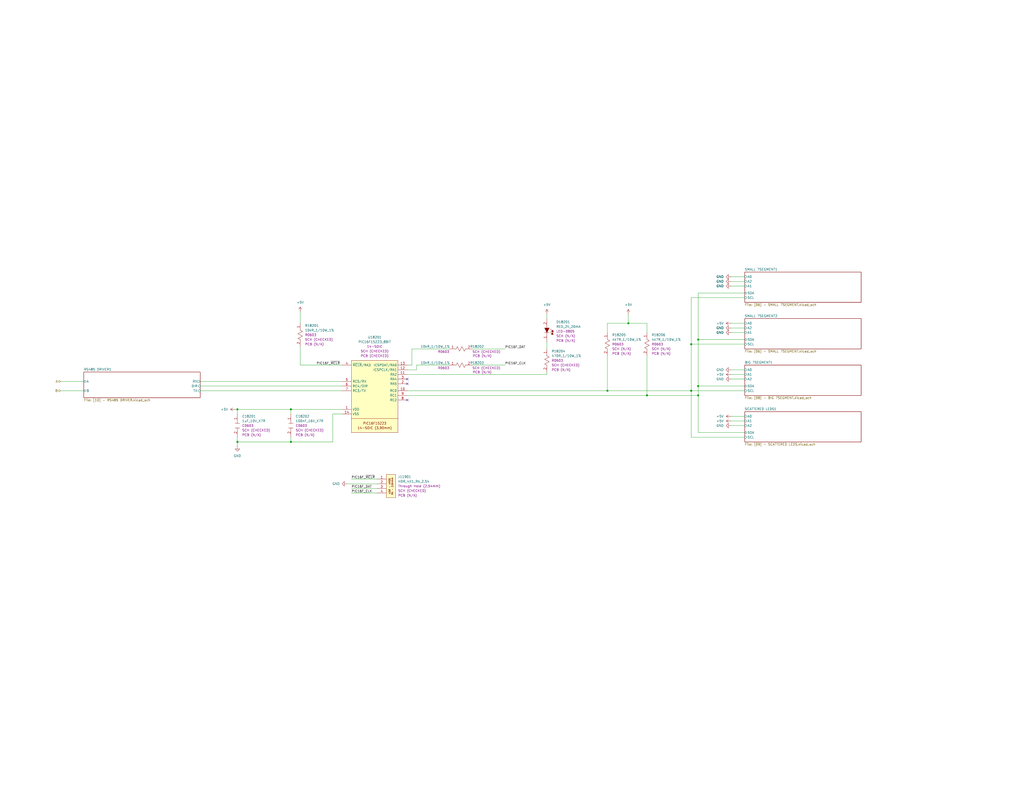
<source format=kicad_sch>
(kicad_sch (version 20231120) (generator "eeschema") (generator_version "8.0")
  (paper "C")
  (title_block (title "Mini-Scoreboard") (date "2024-07-11") (rev "v1.0") (company "Mend0z0") (comment 1 "v1.0") (comment 2 "PRELIMINARY") (comment 3 "Siavash Taher Parvar") (comment 4 "_BOM_Mini-Scoreboard_v1.0.html") (comment 5 "_PCB_Mini-Scoreboard_v1.0.kicad_pcb") (comment 6 "_GBR_Mini-Scoreboard_v1.0.zip") (comment 7 "_ASM_Mini-Scoreboard_v1.0.html") (comment 8 "n/A") (comment 9 "First Release"))
  (lib_symbols
    (symbol "_SCHLIB_Mini-Scoreboard:CAP_CER_100nF_16V_X7R_C0603"
      (property "Reference" "C" (at 3.302 4.318 0))
      (property "Value" "100nF_16V_X7R" (at 3.302 6.858 0))
      (property "Package" "C0603" (at 3.556 36.576 0))
      (property "SCH CHECK" "SCH (CHECKED)" (at 3.556 31.242 0))
      (property "PCB CHECK" "PCB (N/A)" (at 3.556 33.782 0))
      (symbol "CAP_CER_100nF_16V_X7R_C0603_0_0"
        (polyline (pts (xy 5.08 1.27) (xy 5.08 -1.27)))
        (polyline (pts (xy 7.62 1.27) (xy 7.62 -1.27)))
      )
      (symbol "CAP_CER_100nF_16V_X7R_C0603_1_1"
        (pin passive line (at 0 0 0) (length 5.08) (name "") (number "1"))
        (pin passive line (at 12.7 0 180) (length 5.08) (name "") (number "2"))
      )
    )
    (symbol "_SCHLIB_Mini-Scoreboard:CAP_CER_1uF_10V_X7R_C0603"
      (property "Reference" "C" (at 3.556 4.064 0))
      (property "Value" "1uF_10V_X7R" (at 3.81 6.604 0))
      (property "Package" "C0603" (at 3.81 35.306 0))
      (property "SCH CHECK" "SCH (CHECKED)" (at 3.81 29.972 0))
      (property "PCB CHECK" "PCB (N/A)" (at 3.81 32.512 0))
      (symbol "CAP_CER_1uF_10V_X7R_C0603_0_0"
        (polyline (pts (xy 5.08 1.27) (xy 5.08 -1.27)))
        (polyline (pts (xy 7.62 1.27) (xy 7.62 -1.27)))
      )
      (symbol "CAP_CER_1uF_10V_X7R_C0603_1_1"
        (pin passive line (at 0 0 0) (length 5.08) (name "") (number "1"))
        (pin passive line (at 12.7 0 180) (length 5.08) (name "") (number "2"))
      )
    )
    (symbol "_SCHLIB_Mini-Scoreboard:CONN_HEADER_4POS_1ROW_RA_2.54mm"
      (property "Reference" "J" (at 2.54 3.81 0))
      (property "Value" "HDR_4X1_RA_2.54" (at 2.54 6.35 0))
      (property "Package" "Through Hole (2.54mm)" (at 2.54 29.21 0))
      (property "SCH CHECK" "SCH (CHECKED)" (at 2.54 31.75 0))
      (property "PCB CHECK" "PCB (N/A)" (at 2.54 34.29 0))
      (symbol "CONN_HEADER_4POS_1ROW_RA_2.54mm_1_1"
        (rectangle (start 0 0) (end 5.08 -12.7) (fill (type background)))
        (text "HDR - 4POS\nRA - 2.54mm" (at 2.54 -6.35 900) (effects (font (size 0.889 0.889))))
        (pin passive line (at -5.08 -2.54 0) (length 5.08) (name "") (number "1"))
        (pin passive line (at -5.08 -5.08 0) (length 5.08) (name "") (number "2"))
        (pin passive line (at -5.08 -7.62 0) (length 5.08) (name "") (number "3"))
        (pin passive line (at -5.08 -10.16 0) (length 5.08) (name "") (number "4"))
      )
    )
    (symbol "_SCHLIB_Mini-Scoreboard:DIODE_LED_RED_2V_20mA_624nm_LED-0805"
      (property "Reference" "D" (at 3.556 4.064 0))
      (property "Value" "RED_2V_20mA" (at 3.81 6.604 0))
      (property "Package" "LED-0805" (at 3.81 35.306 0))
      (property "SCH CHECK" "SCH (N/A)" (at 3.81 29.972 0))
      (property "PCB CHECK" "PCB (N/A)" (at 3.81 32.512 0))
      (symbol "DIODE_LED_RED_2V_20mA_624nm_LED-0805_0_1"
        (polyline (pts (xy 5.588 1.905) (xy 6.604 2.794)))
        (polyline (pts (xy 7.239 1.905) (xy 8.001 2.667)))
        (polyline (pts (xy 7.62 -1.27) (xy 7.62 1.27)))
        (polyline (pts (xy 5.08 1.27) (xy 5.08 -1.27) (xy 7.62 0) (xy 5.08 1.27)) (fill (type outline)))
        (polyline (pts (xy 6.223 3.302) (xy 7.112 2.413) (xy 7.366 3.556) (xy 6.223 3.302)) (fill (type outline)))
        (polyline (pts (xy 7.62 3.175) (xy 8.509 2.286) (xy 8.763 3.429) (xy 7.62 3.175)) (fill (type outline)))
      )
      (symbol "DIODE_LED_RED_2V_20mA_624nm_LED-0805_1_1"
        (pin passive line (at 12.7 0 180) (length 5.08) (name "") (number "1"))
        (pin passive line (at 0 0 0) (length 5.08) (name "") (number "2"))
      )
    )
    (symbol "_SCHLIB_Mini-Scoreboard:IC_MCU_PIC16F15223-E/SL_8BIT_14-SOIC"
      (property "Reference" "U" (at 2.54 2.54 0))
      (property "Value" "PIC16F15223_8BIT" (at 2.54 5.08 0))
      (property "Package" "14-SOIC" (at 2.54 27.94 0))
      (property "SCH CHECK" "SCH (CHECKED)" (at 2.54 30.48 0))
      (property "PCB CHECK" "PCB (CHECKED)" (at 2.54 33.02 0))
      (symbol "IC_MCU_PIC16F15223-E/SL_8BIT_14-SOIC_0_0"
        (text "14-SOIC (3.90mm)" (at 12.7 -36.83 0) (effects (font (size 1.27 1.27))))
        (text "PIC16F15223" (at 12.7 -34.29 0) (effects (font (size 1.27 1.27))))
      )
      (symbol "IC_MCU_PIC16F15223-E/SL_8BIT_14-SOIC_0_1"
        (polyline (pts (xy 0 -31.75) (xy 25.4 -31.75)))
        (rectangle (start 0 0) (end 25.4 -39.37) (fill (type background)))
      )
      (symbol "IC_MCU_PIC16F15223-E/SL_8BIT_14-SOIC_1_1"
        (pin passive line (at -5.08 -26.67 0) (length 5.08) (name "VDD") (number "1"))
        (pin passive line (at 30.48 -16.51 180) (length 5.08) (name "RC0") (number "10"))
        (pin passive line (at 30.48 -7.62 180) (length 5.08) (name "RA2") (number "11"))
        (pin passive line (at 30.48 -5.08 180) (length 5.08) (name "ICSPCLK/RA1") (number "12"))
        (pin passive line (at 30.48 -2.54 180) (length 5.08) (name "ICSPDAT/RA0") (number "13"))
        (pin passive line (at -5.08 -29.21 0) (length 5.08) (name "VSS") (number "14"))
        (pin passive line (at 30.48 -12.7 180) (length 5.08) (name "RA5") (number "2"))
        (pin passive line (at 30.48 -10.16 180) (length 5.08) (name "RA4") (number "3"))
        (pin passive line (at -5.08 -2.54 0) (length 5.08) (name "~{MCLR}/RA3") (number "4"))
        (pin passive line (at -5.08 -11.43 0) (length 5.08) (name "RC5/RX") (number "5"))
        (pin passive line (at -5.08 -13.97 0) (length 5.08) (name "RC4/DIR") (number "6"))
        (pin passive line (at -5.08 -16.51 0) (length 5.08) (name "RC3/TX") (number "7"))
        (pin passive line (at 30.48 -21.59 180) (length 5.08) (name "RC2") (number "8"))
        (pin passive line (at 30.48 -19.05 180) (length 5.08) (name "RC1") (number "9"))
      )
    )
    (symbol "_SCHLIB_Mini-Scoreboard:RES_10kR_1/10W_1%_R0603"
      (property "Reference" "R" (at 3.302 4.572 0))
      (property "Value" "10kR_1/10W_1%" (at 3.302 6.858 0))
      (property "Package" "R0603" (at 3.302 31.242 0))
      (property "SCH CHECK" "SCH (CHECKED)" (at 3.302 26.67 0))
      (property "PCB CHECK" "PCB (N/A)" (at 3.302 28.956 0))
      (symbol "RES_10kR_1/10W_1%_R0603_0_0"
        (polyline (pts (xy 3.81 0) (xy 4.445 1.27) (xy 5.715 -1.27) (xy 6.985 1.27) (xy 8.255 -1.27) (xy 8.89 0)))
      )
      (symbol "RES_10kR_1/10W_1%_R0603_1_1"
        (pin passive line (at 0 0 0) (length 3.81) (name "") (number "1"))
        (pin passive line (at 12.7 0 180) (length 3.81) (name "") (number "2"))
      )
    )
    (symbol "_SCHLIB_Mini-Scoreboard:RES_470R_1/10W_1%_R0603"
      (property "Reference" "R" (at 3.556 4.064 0))
      (property "Value" "470R_1/10W_1%" (at 3.81 6.604 0))
      (property "Package" "R0603" (at 3.81 35.306 0))
      (property "SCH CHECK" "SCH (CHECKED)" (at 3.81 29.972 0))
      (property "PCB CHECK" "PCB (N/A)" (at 3.81 32.512 0))
      (symbol "RES_470R_1/10W_1%_R0603_0_0"
        (polyline (pts (xy 3.81 0) (xy 4.445 1.27) (xy 5.715 -1.27) (xy 6.985 1.27) (xy 8.255 -1.27) (xy 8.89 0)))
      )
      (symbol "RES_470R_1/10W_1%_R0603_1_1"
        (pin passive line (at 0 0 0) (length 3.81) (name "") (number "1"))
        (pin passive line (at 12.7 0 180) (length 3.81) (name "") (number "2"))
      )
    )
    (symbol "_SCHLIB_Mini-Scoreboard:RES_4k7R_1/10W_1%_R0603"
      (property "Reference" "R" (at 3.556 4.064 0))
      (property "Value" "4k7R_1/10W_1%" (at 3.81 6.604 0))
      (property "Package" "R0603" (at 3.81 35.306 0))
      (property "SCH CHECK" "SCH (N/A)" (at 3.81 29.972 0))
      (property "PCB CHECK" "PCB (N/A)" (at 3.81 32.512 0))
      (symbol "RES_4k7R_1/10W_1%_R0603_0_0"
        (polyline (pts (xy 3.81 0) (xy 4.445 1.27) (xy 5.715 -1.27) (xy 6.985 1.27) (xy 8.255 -1.27) (xy 8.89 0)))
      )
      (symbol "RES_4k7R_1/10W_1%_R0603_1_1"
        (pin passive line (at 0 0 0) (length 3.81) (name "") (number "1"))
        (pin passive line (at 12.7 0 180) (length 3.81) (name "") (number "2"))
      )
    )
    (symbol "power:+5V" (power) (pin_numbers hide) (pin_names (offset 0) hide)
      (property "Value" "+5V" (at 0 3.556 0))
      (symbol "+5V_0_1"
        (polyline (pts (xy -0.762 1.27) (xy 0 2.54)))
        (polyline (pts (xy 0 0) (xy 0 2.54)))
        (polyline (pts (xy 0 2.54) (xy 0.762 1.27)))
      )
      (symbol "+5V_1_1"
        (pin power_in line (at 0 0 90) (length 0) (name "~") (number "1"))
      )
    )
    (symbol "power:GND" (power) (pin_numbers hide) (pin_names (offset 0) hide)
      (property "Value" "GND" (at 0 -3.81 0))
      (symbol "GND_0_1"
        (polyline (pts (xy 0 0) (xy 0 -1.27) (xy 1.27 -1.27) (xy 0 -2.54) (xy -1.27 -1.27) (xy 0 -1.27)))
      )
      (symbol "GND_1_1"
        (pin power_in line (at 0 0 270) (length 0) (name "~") (number "1"))
      )
    )
  )
  (junction (at 331.47 213.36))
  (junction (at 353.06 215.9))
  (junction (at 381 215.9))
  (junction (at 377.19 187.96))
  (junction (at 381 210.82))
  (junction (at 342.9 176.53))
  (junction (at 129.54 223.52))
  (junction (at 381 185.42))
  (junction (at 129.54 241.3))
  (junction (at 158.75 241.3))
  (junction (at 377.19 213.36))
  (junction (at 158.75 223.52))
  (no_connect (at 222.25 218.44))
  (no_connect (at 222.25 207.01))
  (no_connect (at 222.25 209.55))
  (wire (pts (xy 353.06 176.53) (xy 353.06 181.61)))
  (wire (pts (xy 189.23 264.16) (xy 205.74 264.16)))
  (wire (pts (xy 398.78 201.93) (xy 406.4 201.93)))
  (wire (pts (xy 331.47 194.31) (xy 331.47 213.36)))
  (wire (pts (xy 353.06 194.31) (xy 353.06 215.9)))
  (wire (pts (xy 33.02 208.28) (xy 45.72 208.28)))
  (wire (pts (xy 227.33 199.39) (xy 245.11 199.39)))
  (wire (pts (xy 381 236.22) (xy 406.4 236.22)))
  (wire (pts (xy 331.47 176.53) (xy 342.9 176.53)))
  (wire (pts (xy 377.19 162.56) (xy 377.19 187.96)))
  (wire (pts (xy 163.83 170.18) (xy 163.83 176.53)))
  (wire (pts (xy 33.02 213.36) (xy 45.72 213.36)))
  (wire (pts (xy 158.75 223.52) (xy 186.69 223.52)))
  (wire (pts (xy 227.33 201.93) (xy 222.25 201.93)))
  (wire (pts (xy 406.4 162.56) (xy 377.19 162.56)))
  (wire (pts (xy 109.22 213.36) (xy 186.69 213.36)))
  (wire (pts (xy 298.45 186.69) (xy 298.45 190.5)))
  (wire (pts (xy 331.47 181.61) (xy 331.47 176.53)))
  (wire (pts (xy 129.54 238.76) (xy 129.54 241.3)))
  (wire (pts (xy 298.45 204.47) (xy 222.25 204.47)))
  (wire (pts (xy 377.19 213.36) (xy 377.19 238.76)))
  (wire (pts (xy 381 215.9) (xy 381 236.22)))
  (wire (pts (xy 377.19 187.96) (xy 406.4 187.96)))
  (wire (pts (xy 224.79 190.5) (xy 245.11 190.5)))
  (wire (pts (xy 224.79 190.5) (xy 224.79 199.39)))
  (wire (pts (xy 227.33 199.39) (xy 227.33 201.93)))
  (wire (pts (xy 406.4 160.02) (xy 381 160.02)))
  (wire (pts (xy 222.25 215.9) (xy 353.06 215.9)))
  (wire (pts (xy 377.19 213.36) (xy 406.4 213.36)))
  (wire (pts (xy 342.9 176.53) (xy 353.06 176.53)))
  (wire (pts (xy 163.83 189.23) (xy 163.83 199.39)))
  (wire (pts (xy 298.45 203.2) (xy 298.45 204.47)))
  (wire (pts (xy 377.19 187.96) (xy 377.19 213.36)))
  (wire (pts (xy 398.78 229.87) (xy 406.4 229.87)))
  (wire (pts (xy 398.78 179.07) (xy 406.4 179.07)))
  (wire (pts (xy 398.78 176.53) (xy 406.4 176.53)))
  (wire (pts (xy 398.78 153.67) (xy 406.4 153.67)))
  (wire (pts (xy 398.78 232.41) (xy 406.4 232.41)))
  (wire (pts (xy 331.47 213.36) (xy 377.19 213.36)))
  (wire (pts (xy 191.77 261.62) (xy 205.74 261.62)))
  (wire (pts (xy 129.54 223.52) (xy 129.54 226.06)))
  (wire (pts (xy 109.22 208.28) (xy 186.69 208.28)))
  (wire (pts (xy 377.19 238.76) (xy 406.4 238.76)))
  (wire (pts (xy 158.75 223.52) (xy 158.75 226.06)))
  (wire (pts (xy 129.54 223.52) (xy 158.75 223.52)))
  (wire (pts (xy 381 210.82) (xy 406.4 210.82)))
  (wire (pts (xy 298.45 171.45) (xy 298.45 173.99)))
  (wire (pts (xy 398.78 181.61) (xy 406.4 181.61)))
  (wire (pts (xy 163.83 199.39) (xy 186.69 199.39)))
  (wire (pts (xy 109.22 210.82) (xy 186.69 210.82)))
  (wire (pts (xy 222.25 213.36) (xy 331.47 213.36)))
  (wire (pts (xy 342.9 171.45) (xy 342.9 176.53)))
  (wire (pts (xy 191.77 266.7) (xy 205.74 266.7)))
  (wire (pts (xy 181.61 241.3) (xy 158.75 241.3)))
  (wire (pts (xy 186.69 226.06) (xy 181.61 226.06)))
  (wire (pts (xy 129.54 241.3) (xy 158.75 241.3)))
  (wire (pts (xy 381 160.02) (xy 381 185.42)))
  (wire (pts (xy 257.81 199.39) (xy 275.59 199.39)))
  (wire (pts (xy 398.78 227.33) (xy 406.4 227.33)))
  (wire (pts (xy 398.78 207.01) (xy 406.4 207.01)))
  (wire (pts (xy 257.81 190.5) (xy 275.59 190.5)))
  (wire (pts (xy 398.78 151.13) (xy 406.4 151.13)))
  (wire (pts (xy 398.78 204.47) (xy 406.4 204.47)))
  (wire (pts (xy 224.79 199.39) (xy 222.25 199.39)))
  (wire (pts (xy 158.75 238.76) (xy 158.75 241.3)))
  (wire (pts (xy 128.27 223.52) (xy 129.54 223.52)))
  (wire (pts (xy 353.06 215.9) (xy 381 215.9)))
  (wire (pts (xy 129.54 241.3) (xy 129.54 243.84)))
  (wire (pts (xy 406.4 185.42) (xy 381 185.42)))
  (wire (pts (xy 398.78 156.21) (xy 406.4 156.21)))
  (wire (pts (xy 181.61 226.06) (xy 181.61 241.3)))
  (wire (pts (xy 381 210.82) (xy 381 215.9)))
  (wire (pts (xy 191.77 269.24) (xy 205.74 269.24)))
  (wire (pts (xy 381 185.42) (xy 381 210.82)))
  (label "PIC16F_~{MCLR}" (at 172.72 199.39 0))
  (label "PIC16F_DAT" (at 275.59 190.5 0))
  (label "PIC16F_CLK" (at 275.59 199.39 0))
  (label "PIC16F_CLK" (at 191.77 269.24 0))
  (label "PIC16F_~{MCLR}" (at 191.77 261.62 0))
  (label "PIC16F_DAT" (at 191.77 266.7 0))
  (hierarchical_label "B" (shape bidirectional) (at 33.02 213.36 180))
  (hierarchical_label "A" (shape bidirectional) (at 33.02 208.28 180))
  (symbol (lib_id "power:GND") (at 398.78 201.93 270) (unit 1)
    (property "Reference" "#PWR018213" (effects (hide yes)))
    (property "Value" "GND" (at 394.97 201.9299 90) (effects (justify right)))
    (property "Description" "Power symbol creates a global label with name \"GND\" , ground" (effects (hide yes)))
    (instances (project "_HW_Mini-Scoreboard" (path "" (reference "#PWR018213") (unit 1)) (path "" (reference "#PWR0313") (unit 1))))
  )
  (symbol (lib_id "power:+5V") (at 298.45 171.45 0) (unit 1)
    (property "Reference" "#PWR018205" (effects (hide yes)))
    (property "Value" "+5V" (at 298.45 166.37 0))
    (property "Description" "Power symbol creates a global label with name \"+5V\"" (effects (hide yes)))
    (instances (project "_HW_Mini-Scoreboard" (path "" (reference "#PWR018205") (unit 1)) (path "" (reference "#PWR0305") (unit 1))))
  )
  (symbol (lib_id "power:+5V") (at 398.78 176.53 90) (unit 1)
    (property "Reference" "#PWR018210" (effects (hide yes)))
    (property "Value" "+5V" (at 394.97 176.5299 90) (effects (justify left)))
    (property "Description" "Power symbol creates a global label with name \"+5V\"" (effects (hide yes)))
    (instances (project "_HW_Mini-Scoreboard" (path "" (reference "#PWR018210") (unit 1)) (path "" (reference "#PWR0310") (unit 1))))
  )
  (symbol (lib_id "power:GND") (at 398.78 179.07 270) (unit 1)
    (property "Reference" "#PWR018211" (effects (hide yes)))
    (property "Value" "GND" (at 394.97 179.0699 90) (effects (justify right)))
    (property "Description" "Power symbol creates a global label with name \"GND\" , ground" (effects (hide yes)))
    (instances (project "_HW_Mini-Scoreboard" (path "" (reference "#PWR018211") (unit 1)) (path "" (reference "#PWR0311") (unit 1))))
  )
  (symbol (lib_id "power:GND") (at 398.78 232.41 270) (unit 1)
    (property "Reference" "#PWR018218" (effects (hide yes)))
    (property "Value" "GND" (at 394.97 232.4099 90) (effects (justify right)))
    (property "Description" "Power symbol creates a global label with name \"GND\" , ground" (effects (hide yes)))
    (instances (project "_HW_Mini-Scoreboard" (path "" (reference "#PWR018218") (unit 1)) (path "" (reference "#PWR0318") (unit 1))))
  )
  (symbol (lib_id "power:GND") (at 398.78 156.21 270) (unit 1)
    (property "Reference" "#PWR018209" (effects (hide yes)))
    (property "Value" "GND" (at 394.97 156.2099 90) (effects (justify right)))
    (property "Description" "Power symbol creates a global label with name \"GND\" , ground" (effects (hide yes)))
    (instances (project "_HW_Mini-Scoreboard" (path "" (reference "#PWR018209") (unit 1)) (path "" (reference "#PWR0309") (unit 1))))
  )
  (symbol (lib_id "_SCHLIB_Mini-Scoreboard:RES_10kR_1/10W_1%_R0603") (at 245.11 190.5 0) (unit 1)
    (property "Reference" "R18202" (at 260.35 189.23 0))
    (property "Value" "10kR_1/10W_1%" (at 237.49 189.23 0))
    (property "Footprint" "Resistor_SMD:R_0603_1608Metric" (effects (hide yes)))
    (property "Datasheet" "https://www.seielect.com/catalog/sei-rmcf_rmcp.pdf" (effects (hide yes)))
    (property "Description" "10 kOhms ±1% 0.1W, 1/10W Chip Resistor 0603 (1608 Metric) Automotive AEC-Q200 Thick Film" (effects (hide yes)))
    (property "Package" "R0603" (at 242.062 192.024 0))
    (property "Part Number (Manufacturer)" "RMCF0603FT10K0" (effects (hide yes)))
    (property "Manufacturer" "Stackpole Electronics Inc" (effects (hide yes)))
    (property "Part Number (Vendor)" "RMCF0603FT10K0TR-ND" (effects (hide yes)))
    (property "Vendor" "Digikey" (effects (hide yes)))
    (property "Purchase Link" "https://www.digikey.ca/en/products/detail/stackpole-electronics-inc/RMCF0603FT10K0/1761235" (effects (hide yes)))
    (property "SCH CHECK" "SCH (CHECKED)" (at 265.43 192.024 0))
    (property "PCB CHECK" "PCB (N/A)" (at 263.144 194.31 0))
    (instances (project "_HW_Mini-Scoreboard" (path "" (reference "R18202") (unit 1)) (path "" (reference "R302") (unit 1))))
  )
  (symbol (lib_id "power:GND") (at 398.78 153.67 270) (unit 1)
    (property "Reference" "#PWR018208" (effects (hide yes)))
    (property "Value" "GND" (at 394.97 153.6699 90) (effects (justify right)))
    (property "Description" "Power symbol creates a global label with name \"GND\" , ground" (effects (hide yes)))
    (instances (project "_HW_Mini-Scoreboard" (path "" (reference "#PWR018208") (unit 1)) (path "" (reference "#PWR0308") (unit 1))))
  )
  (symbol (lib_id "power:+5V") (at 342.9 171.45 0) (unit 1)
    (property "Reference" "#PWR018206" (effects (hide yes)))
    (property "Value" "+5V" (at 342.9 166.37 0))
    (property "Description" "Power symbol creates a global label with name \"+5V\"" (effects (hide yes)))
    (instances (project "_HW_Mini-Scoreboard" (path "" (reference "#PWR018206") (unit 1)) (path "" (reference "#PWR0306") (unit 1))))
  )
  (symbol (lib_id "_SCHLIB_Mini-Scoreboard:IC_MCU_PIC16F15223-E/SL_8BIT_14-SOIC") (at 191.77 196.85 0) (unit 1)
    (property "Reference" "U18201" (at 204.47 184.15 0))
    (property "Value" "PIC16F15223_8BIT" (at 204.47 186.69 0))
    (property "Footprint" "Package_SO:SO-14_3.9x8.65mm_P1.27mm" (effects (hide yes)))
    (property "Datasheet" "https://ww1.microchip.com/downloads/en/DeviceDoc/PIC16F15213-14-23-24-43-44-Data-Sheet-40002195D.pdf" (effects (hide yes)))
    (property "Description" "PIC PIC® 16F, Functional Safety (FuSa) Microcontroller IC 8-Bit 32MHz 3.5KB (2K x 14) FLASH 14-SOIC" (effects (hide yes)))
    (property "Part Number (Manufacturer)" "PIC16F15223-E/SL" (effects (hide yes)))
    (property "Manufacturer" "Microchip Technology" (effects (hide yes)))
    (property "Part Number (Vendor)" "150-PIC16F15223-E/SL-ND" (effects (hide yes)))
    (property "Vendor" "Digikey" (effects (hide yes)))
    (property "Link" "https://www.digikey.ca/en/products/detail/microchip-technology/PIC16F15223-E-SL/12807315" (effects (hide yes)))
    (property "Package" "14-SOIC" (at 204.47 189.23 0))
    (property "SCH CHECK" "SCH (CHECKED)" (at 204.47 191.77 0))
    (property "PCB CHECK" "PCB (CHECKED)" (at 204.47 194.31 0))
    (instances (project "_HW_Mini-Scoreboard" (path "" (reference "U18201") (unit 1)) (path "" (reference "U301") (unit 1))))
  )
  (symbol (lib_id "_SCHLIB_Mini-Scoreboard:RES_4k7R_1/10W_1%_R0603") (at 353.06 181.61 270) (unit 1)
    (property "Reference" "R18206" (at 355.6 182.8799 90) (effects (justify left)))
    (property "Value" "4k7R_1/10W_1%" (at 355.6 185.4199 90) (effects (justify left)))
    (property "Footprint" "Resistor_SMD:R_0603_1608Metric" (effects (hide yes)))
    (property "Datasheet" "https://www.seielect.com/catalog/sei-rmcf_rmcp.pdf" (effects (hide yes)))
    (property "Description" "4.7 kOhms ±1% 0.1W, 1/10W Chip Resistor 0603 (1608 Metric) Automotive AEC-Q200 Thick Film" (effects (hide yes)))
    (property "Package" "R0603" (at 355.6 187.9599 90) (effects (justify left)))
    (property "Part Number (Manufacturer)" "RMCF0603FT4K70" (effects (hide yes)))
    (property "Manufacturer" "Stackpole Electronics Inc" (effects (hide yes)))
    (property "Part Number (Vendor)" "RMCF0603FT4K70TR-ND" (effects (hide yes)))
    (property "Vendor" "Digikey" (effects (hide yes)))
    (property "Purchase Link" "https://www.digikey.ca/en/products/detail/stackpole-electronics-inc/RMCF0603FT4K70/1760998" (effects (hide yes)))
    (property "SCH CHECK" "SCH (N/A)" (at 355.6 190.4999 90) (effects (justify left)))
    (property "PCB CHECK" "PCB (N/A)" (at 355.6 193.0399 90) (effects (justify left)))
    (instances (project "_HW_Mini-Scoreboard" (path "" (reference "R18206") (unit 1)) (path "" (reference "R306") (unit 1))))
  )
  (symbol (lib_id "_SCHLIB_Mini-Scoreboard:DIODE_LED_RED_2V_20mA_624nm_LED-0805") (at 298.45 173.99 270) (unit 1)
    (property "Reference" "D18201" (at 303.53 175.8314 90) (effects (justify left)))
    (property "Value" "RED_2V_20mA" (at 303.53 178.3714 90) (effects (justify left)))
    (property "Footprint" "LED_SMD:LED_0805_2012Metric" (effects (hide yes)))
    (property "Datasheet" "https://mm.digikey.com/Volume0/opasdata/d220001/medias/docus/3750/B1701USD-20D000114U1930.pdf" (effects (hide yes)))
    (property "Description" "Red 624nm LED Indication - Discrete 2V 0805 (2012 Metric)" (effects (hide yes)))
    (property "Package" "LED-0805" (at 303.53 180.9114 90) (effects (justify left)))
    (property "Part Number (Manufacturer)" "B1701USD-20D000114U1930" (effects (hide yes)))
    (property "Manufacturer" "Harvatek Corporation" (effects (hide yes)))
    (property "Part Number (Vendor)" "3147-B1701USD-20D000114U1930TR-ND" (effects (hide yes)))
    (property "Vendor" "Digikey" (effects (hide yes)))
    (property "Purchase Link" "https://www.digikey.ca/en/products/detail/harvatek-corporation/B1701USD-20D000114U1930/16671746" (effects (hide yes)))
    (property "SCH CHECK" "SCH (N/A)" (at 303.53 183.4514 90) (effects (justify left)))
    (property "PCB CHECK" "PCB (N/A)" (at 303.53 185.9914 90) (effects (justify left)))
    (instances (project "_HW_Mini-Scoreboard" (path "" (reference "D18201") (unit 1)) (path "" (reference "D301") (unit 1))))
  )
  (symbol (lib_id "power:+5V") (at 128.27 223.52 90) (unit 1)
    (property "Reference" "#PWR018201" (effects (hide yes)))
    (property "Value" "+5V" (at 124.46 223.5199 90) (effects (justify left)))
    (property "Description" "Power symbol creates a global label with name \"+5V\"" (effects (hide yes)))
    (instances (project "_HW_Mini-Scoreboard" (path "" (reference "#PWR018201") (unit 1)) (path "" (reference "#PWR0301") (unit 1))))
  )
  (symbol (lib_id "power:+5V") (at 398.78 229.87 90) (unit 1)
    (property "Reference" "#PWR018217" (effects (hide yes)))
    (property "Value" "+5V" (at 394.97 229.8699 90) (effects (justify left)))
    (property "Description" "Power symbol creates a global label with name \"+5V\"" (effects (hide yes)))
    (instances (project "_HW_Mini-Scoreboard" (path "" (reference "#PWR018217") (unit 1)) (path "" (reference "#PWR0317") (unit 1))))
  )
  (symbol (lib_id "_SCHLIB_Mini-Scoreboard:CAP_CER_1uF_10V_X7R_C0603") (at 129.54 226.06 270) (unit 1)
    (property "Reference" "C18201" (at 132.08 227.3299 90) (effects (justify left)))
    (property "Value" "1uF_10V_X7R" (at 132.08 229.8699 90) (effects (justify left)))
    (property "Footprint" "Capacitor_SMD:C_0603_1608Metric" (effects (hide yes)))
    (property "Datasheet" "https://mm.digikey.com/Volume0/opasdata/d220001/medias/docus/3584/CL10B105KP8NNNC_Spec.pdf" (effects (hide yes)))
    (property "Description" "1 µF ±10% 10V Ceramic Capacitor X7R 0603 (1608 Metric)" (effects (hide yes)))
    (property "Package" "C0603" (at 132.08 232.4099 90) (effects (justify left)))
    (property "Part Number (Manufacturer)" "CL10B105KP8NNNC" (effects (hide yes)))
    (property "Manufacturer" "Samsung Electro-Mechanics" (effects (hide yes)))
    (property "Part Number (Vendor)" "1276-1946-2-ND" (effects (hide yes)))
    (property "Vendor" "Digikey" (effects (hide yes)))
    (property "Purchase Link" "https://www.digikey.ca/en/products/detail/samsung-electro-mechanics/CL10B105KP8NNNC/3887604" (effects (hide yes)))
    (property "SCH CHECK" "SCH (CHECKED)" (at 132.08 234.9499 90) (effects (justify left)))
    (property "PCB CHECK" "PCB (N/A)" (at 132.08 237.4899 90) (effects (justify left)))
    (instances (project "_HW_Mini-Scoreboard" (path "" (reference "C18201") (unit 1)) (path "" (reference "C301") (unit 1))))
  )
  (symbol (lib_id "power:GND") (at 398.78 151.13 270) (unit 1)
    (property "Reference" "#PWR018207" (effects (hide yes)))
    (property "Value" "GND" (at 394.97 151.1299 90) (effects (justify right)))
    (property "Description" "Power symbol creates a global label with name \"GND\" , ground" (effects (hide yes)))
    (instances (project "_HW_Mini-Scoreboard" (path "" (reference "#PWR018207") (unit 1)) (path "" (reference "#PWR0307") (unit 1))))
  )
  (symbol (lib_id "power:+5V") (at 398.78 227.33 90) (unit 1)
    (property "Reference" "#PWR018216" (effects (hide yes)))
    (property "Value" "+5V" (at 394.97 227.3299 90) (effects (justify left)))
    (property "Description" "Power symbol creates a global label with name \"+5V\"" (effects (hide yes)))
    (instances (project "_HW_Mini-Scoreboard" (path "" (reference "#PWR018216") (unit 1)) (path "" (reference "#PWR0316") (unit 1))))
  )
  (symbol (lib_id "power:+5V") (at 163.83 170.18 0) (unit 1)
    (property "Reference" "#PWR018203" (effects (hide yes)))
    (property "Value" "+5V" (at 163.83 165.1 0))
    (property "Description" "Power symbol creates a global label with name \"+5V\"" (effects (hide yes)))
    (instances (project "_HW_Mini-Scoreboard" (path "" (reference "#PWR018203") (unit 1)) (path "" (reference "#PWR0303") (unit 1))))
  )
  (symbol (lib_id "power:GND") (at 398.78 207.01 270) (unit 1)
    (property "Reference" "#PWR018215" (effects (hide yes)))
    (property "Value" "GND" (at 394.97 207.0099 90) (effects (justify right)))
    (property "Description" "Power symbol creates a global label with name \"GND\" , ground" (effects (hide yes)))
    (instances (project "_HW_Mini-Scoreboard" (path "" (reference "#PWR018215") (unit 1)) (path "" (reference "#PWR0315") (unit 1))))
  )
  (symbol (lib_id "_SCHLIB_Mini-Scoreboard:RES_4k7R_1/10W_1%_R0603") (at 331.47 181.61 270) (unit 1)
    (property "Reference" "R18205" (at 334.01 182.8799 90) (effects (justify left)))
    (property "Value" "4k7R_1/10W_1%" (at 334.01 185.4199 90) (effects (justify left)))
    (property "Footprint" "Resistor_SMD:R_0603_1608Metric" (effects (hide yes)))
    (property "Datasheet" "https://www.seielect.com/catalog/sei-rmcf_rmcp.pdf" (effects (hide yes)))
    (property "Description" "4.7 kOhms ±1% 0.1W, 1/10W Chip Resistor 0603 (1608 Metric) Automotive AEC-Q200 Thick Film" (effects (hide yes)))
    (property "Package" "R0603" (at 334.01 187.9599 90) (effects (justify left)))
    (property "Part Number (Manufacturer)" "RMCF0603FT4K70" (effects (hide yes)))
    (property "Manufacturer" "Stackpole Electronics Inc" (effects (hide yes)))
    (property "Part Number (Vendor)" "RMCF0603FT4K70TR-ND" (effects (hide yes)))
    (property "Vendor" "Digikey" (effects (hide yes)))
    (property "Purchase Link" "https://www.digikey.ca/en/products/detail/stackpole-electronics-inc/RMCF0603FT4K70/1760998" (effects (hide yes)))
    (property "SCH CHECK" "SCH (N/A)" (at 334.01 190.4999 90) (effects (justify left)))
    (property "PCB CHECK" "PCB (N/A)" (at 334.01 193.0399 90) (effects (justify left)))
    (instances (project "_HW_Mini-Scoreboard" (path "" (reference "R18205") (unit 1)) (path "" (reference "R305") (unit 1))))
  )
  (symbol (lib_id "power:GND") (at 398.78 181.61 270) (unit 1)
    (property "Reference" "#PWR018212" (effects (hide yes)))
    (property "Value" "GND" (at 394.97 181.6099 90) (effects (justify right)))
    (property "Description" "Power symbol creates a global label with name \"GND\" , ground" (effects (hide yes)))
    (instances (project "_HW_Mini-Scoreboard" (path "" (reference "#PWR018212") (unit 1)) (path "" (reference "#PWR0312") (unit 1))))
  )
  (symbol (lib_id "_SCHLIB_Mini-Scoreboard:RES_10kR_1/10W_1%_R0603") (at 245.11 199.39 0) (unit 1)
    (property "Reference" "R18203" (at 260.35 198.12 0))
    (property "Value" "10kR_1/10W_1%" (at 237.49 198.12 0))
    (property "Footprint" "Resistor_SMD:R_0603_1608Metric" (effects (hide yes)))
    (property "Datasheet" "https://www.seielect.com/catalog/sei-rmcf_rmcp.pdf" (effects (hide yes)))
    (property "Description" "10 kOhms ±1% 0.1W, 1/10W Chip Resistor 0603 (1608 Metric) Automotive AEC-Q200 Thick Film" (effects (hide yes)))
    (property "Package" "R0603" (at 242.062 200.914 0))
    (property "Part Number (Manufacturer)" "RMCF0603FT10K0" (effects (hide yes)))
    (property "Manufacturer" "Stackpole Electronics Inc" (effects (hide yes)))
    (property "Part Number (Vendor)" "RMCF0603FT10K0TR-ND" (effects (hide yes)))
    (property "Vendor" "Digikey" (effects (hide yes)))
    (property "Purchase Link" "https://www.digikey.ca/en/products/detail/stackpole-electronics-inc/RMCF0603FT10K0/1761235" (effects (hide yes)))
    (property "SCH CHECK" "SCH (CHECKED)" (at 265.43 200.914 0))
    (property "PCB CHECK" "PCB (N/A)" (at 263.144 203.2 0))
    (instances (project "_HW_Mini-Scoreboard" (path "" (reference "R18203") (unit 1)) (path "" (reference "R303") (unit 1))))
  )
  (symbol (lib_id "power:GND") (at 129.54 243.84 0) (unit 1)
    (property "Reference" "#PWR018202" (effects (hide yes)))
    (property "Value" "GND" (at 129.54 248.92 0))
    (property "Description" "Power symbol creates a global label with name \"GND\" , ground" (effects (hide yes)))
    (instances (project "_HW_Mini-Scoreboard" (path "" (reference "#PWR018202") (unit 1)) (path "" (reference "#PWR0302") (unit 1))))
  )
  (symbol (lib_id "_SCHLIB_Mini-Scoreboard:CAP_CER_100nF_16V_X7R_C0603") (at 158.75 226.06 270) (unit 1)
    (property "Reference" "C18202" (at 161.29 227.3299 90) (effects (justify left)))
    (property "Value" "100nF_16V_X7R" (at 161.29 229.8699 90) (effects (justify left)))
    (property "Footprint" "Capacitor_SMD:C_0603_1608Metric" (effects (hide yes)))
    (property "Datasheet" "https://mm.digikey.com/Volume0/opasdata/d220001/medias/docus/609/CL10B104KO8NNNC_Spec.pdf" (effects (hide yes)))
    (property "Description" "0.1 µF ±10% 16V Ceramic Capacitor X7R 0603 (1608 Metric)" (effects (hide yes)))
    (property "Package" "C0603" (at 161.29 232.4099 90) (effects (justify left)))
    (property "Part Number (Manufacturer)" "CL10B104KO8NNNC" (effects (hide yes)))
    (property "Manufacturer" "Samsung Electro-Mechanics" (effects (hide yes)))
    (property "Part Number (Vendor)" "1276-1005-2-ND" (effects (hide yes)))
    (property "Vendor" "Digikey" (effects (hide yes)))
    (property "Purchase Link" "https://www.digikey.ca/en/products/detail/samsung-electro-mechanics/CL10B104KO8NNNC/3886663" (effects (hide yes)))
    (property "SCH CHECK" "SCH (CHECKED)" (at 161.29 234.9499 90) (effects (justify left)))
    (property "PCB CHECK" "PCB (N/A)" (at 161.29 237.4899 90) (effects (justify left)))
    (instances (project "_HW_Mini-Scoreboard" (path "" (reference "C18202") (unit 1)) (path "" (reference "C302") (unit 1))))
  )
  (symbol (lib_id "_SCHLIB_Mini-Scoreboard:RES_10kR_1/10W_1%_R0603") (at 163.83 176.53 270) (unit 1)
    (property "Reference" "R18201" (at 166.37 177.7999 90) (effects (justify left)))
    (property "Value" "10kR_1/10W_1%" (at 166.37 180.3399 90) (effects (justify left)))
    (property "Footprint" "Resistor_SMD:R_0603_1608Metric" (effects (hide yes)))
    (property "Datasheet" "https://www.seielect.com/catalog/sei-rmcf_rmcp.pdf" (effects (hide yes)))
    (property "Description" "10 kOhms ±1% 0.1W, 1/10W Chip Resistor 0603 (1608 Metric) Automotive AEC-Q200 Thick Film" (effects (hide yes)))
    (property "Package" "R0603" (at 166.37 182.8799 90) (effects (justify left)))
    (property "Part Number (Manufacturer)" "RMCF0603FT10K0" (effects (hide yes)))
    (property "Manufacturer" "Stackpole Electronics Inc" (effects (hide yes)))
    (property "Part Number (Vendor)" "RMCF0603FT10K0TR-ND" (effects (hide yes)))
    (property "Vendor" "Digikey" (effects (hide yes)))
    (property "Purchase Link" "https://www.digikey.ca/en/products/detail/stackpole-electronics-inc/RMCF0603FT10K0/1761235" (effects (hide yes)))
    (property "SCH CHECK" "SCH (CHECKED)" (at 166.37 185.4199 90) (effects (justify left)))
    (property "PCB CHECK" "PCB (N/A)" (at 166.37 187.9599 90) (effects (justify left)))
    (instances (project "_HW_Mini-Scoreboard" (path "" (reference "R18201") (unit 1)) (path "" (reference "R301") (unit 1))))
  )
  (symbol (lib_id "power:GND") (at 189.23 264.16 270) (unit 1)
    (property "Reference" "#PWR018204" (effects (hide yes)))
    (property "Value" "GND" (at 185.42 264.1599 90) (effects (justify right)))
    (property "Description" "Power symbol creates a global label with name \"GND\" , ground" (effects (hide yes)))
    (instances (project "_HW_Mini-Scoreboard" (path "" (reference "#PWR018204") (unit 1)) (path "" (reference "#PWR0304") (unit 1))))
  )
  (symbol (lib_id "power:+5V") (at 398.78 204.47 90) (unit 1)
    (property "Reference" "#PWR018214" (effects (hide yes)))
    (property "Value" "+5V" (at 394.97 204.4699 90) (effects (justify left)))
    (property "Description" "Power symbol creates a global label with name \"+5V\"" (effects (hide yes)))
    (instances (project "_HW_Mini-Scoreboard" (path "" (reference "#PWR018214") (unit 1)) (path "" (reference "#PWR0314") (unit 1))))
  )
  (symbol (lib_id "_SCHLIB_Mini-Scoreboard:CONN_HEADER_4POS_1ROW_RA_2.54mm") (at 210.82 259.08 0) (unit 1)
    (property "Reference" "J301" (at 217.17 260.3499 0) (effects (justify left)))
    (property "Value" "HDR_4X1_RA_2.54" (at 217.17 262.8899 0) (effects (justify left)))
    (property "Footprint" "Connector_PinHeader_2.54mm:PinHeader_1x04_P2.54mm_Horizontal" (effects (hide yes)))
    (property "Datasheet" "https://app.adam-tech.com/products/download/data_sheet/201459/ph1ra-xx-ua-data-sheet.pdf" (effects (hide yes)))
    (property "Description" "Connector Header Through Hole, Right Angle 4 position 0.100\" (2.54mm)" (effects (hide yes)))
    (property "Part Number (Manufacturer)" "PH1RA-04-UA" (effects (hide yes)))
    (property "Manufacturer" "Adam Tech" (effects (hide yes)))
    (property "Part Number (Vendor)" "2057-PH1RA-04-UA-ND" (effects (hide yes)))
    (property "Vendor" "Digikey" (effects (hide yes)))
    (property "Link" "https://www.digikey.ca/en/products/detail/adam-tech/PH1RA-04-UA/9830430" (effects (hide yes)))
    (property "Package" "Through Hole (2.54mm)" (at 217.17 265.4299 0) (effects (justify left)))
    (property "SCH CHECK" "SCH (CHECKED)" (at 217.17 267.9699 0) (effects (justify left)))
    (property "PCB CHECK" "PCB (N/A)" (at 217.17 270.5099 0) (effects (justify left)))
    (instances (project "" (path "" (reference "J11901") (unit 1)) (path "" (reference "J301") (unit 1))))
  )
  (symbol (lib_id "_SCHLIB_Mini-Scoreboard:RES_470R_1/10W_1%_R0603") (at 298.45 190.5 270) (unit 1)
    (property "Reference" "R18204" (at 300.99 191.7699 90) (effects (justify left)))
    (property "Value" "470R_1/10W_1%" (at 300.99 194.3099 90) (effects (justify left)))
    (property "Footprint" "Resistor_SMD:R_0603_1608Metric" (effects (hide yes)))
    (property "Datasheet" "https://www.te.com/usa-en/product-2-2176339-1.datasheet.pdf" (effects (hide yes)))
    (property "Description" "470 Ohms ±1% 0.1W, 1/10W Chip Resistor 0603 (1608 Metric) Automotive AEC-Q200, Moisture Resistant Thick Film" (effects (hide yes)))
    (property "Package" "R0603" (at 300.99 196.8499 90) (effects (justify left)))
    (property "Part Number (Manufacturer)" "CRGCQ0603F470R" (effects (hide yes)))
    (property "Manufacturer" "TE Connectivity Passive Product" (effects (hide yes)))
    (property "Part Number (Vendor)" "A129684TR-ND" (effects (hide yes)))
    (property "Vendor" "Digikey" (effects (hide yes)))
    (property "Purchase Link" "https://www.digikey.ca/en/products/detail/te-connectivity-passive-product/CRGCQ0603F470R/8576286" (effects (hide yes)))
    (property "SCH CHECK" "SCH (CHECKED)" (at 300.99 199.3899 90) (effects (justify left)))
    (property "PCB CHECK" "PCB (N/A)" (at 300.99 201.9299 90) (effects (justify left)))
    (instances (project "_HW_Mini-Scoreboard" (path "" (reference "R18204") (unit 1)) (path "" (reference "R304") (unit 1))))
  )
  (sheet (at 406.4 224.79) (size 63.5 16.51) (stroke (width 0.1524))
    (property "Sheetname" "SCATTERED LEDS1" (at 406.4 224.0784 0) (effects (justify left bottom)))
    (property "Sheetfile" "[09] - SCATTERED LEDS.kicad_sch" (at 406.4 241.8846 0) (effects (justify left top)))
    (pin "A1" input (at 406.4 229.87 180))
    (pin "A2" input (at 406.4 232.41 180))
    (pin "A0" input (at 406.4 227.33 180))
    (pin "SCL" input (at 406.4 238.76 180))
    (pin "SDA" bidirectional (at 406.4 236.22 180))
  )
  (sheet (at 406.4 173.99) (size 63.5 16.51) (stroke (width 0.1524))
    (property "Sheetname" "SMALL 7SEGMENT2" (at 406.4 173.2784 0) (effects (justify left bottom)))
    (property "Sheetfile" "[06] - SMALL 7SEGMENT.kicad_sch" (at 406.4 191.0846 0) (effects (justify left top)))
    (pin "SDA" bidirectional (at 406.4 185.42 180))
    (pin "SCL" input (at 406.4 187.96 180))
    (pin "A0" input (at 406.4 176.53 180))
    (pin "A2" input (at 406.4 179.07 180))
    (pin "A1" input (at 406.4 181.61 180))
  )
  (sheet (at 406.4 199.39) (size 63.5 16.51) (stroke (width 0.1524))
    (property "Sheetname" "BIG 7SEGMENT1" (at 406.4 198.6784 0) (effects (justify left bottom)))
    (property "Sheetfile" "[08] - BIG 7SEGMENT.kicad_sch" (at 406.4 216.4846 0) (effects (justify left top)))
    (pin "SCL" input (at 406.4 213.36 180))
    (pin "SDA" bidirectional (at 406.4 210.82 180))
    (pin "A2" input (at 406.4 207.01 180))
    (pin "A0" input (at 406.4 201.93 180))
    (pin "A1" input (at 406.4 204.47 180))
  )
  (sheet (at 45.72 203.2) (size 63.5 13.97) (stroke (width 0.1524))
    (property "Sheetname" "RS485 DRIVER1" (at 45.72 202.4884 0) (effects (justify left bottom)))
    (property "Sheetfile" "[10] - RS485 DRIVER.kicad_sch" (at 45.72 217.7546 0) (effects (justify left top)))
    (pin "DIR" input (at 109.22 210.82 0))
    (pin "RX" output (at 109.22 208.28 0))
    (pin "TX" input (at 109.22 213.36 0))
    (pin "A" bidirectional (at 45.72 208.28 180))
    (pin "B" bidirectional (at 45.72 213.36 180))
  )
  (sheet (at 406.4 148.59) (size 63.5 16.51) (stroke (width 0.1524))
    (property "Sheetname" "SMALL 7SEGMENT1" (at 406.4 147.8784 0) (effects (justify left bottom)))
    (property "Sheetfile" "[06] - SMALL 7SEGMENT.kicad_sch" (at 406.4 165.6846 0) (effects (justify left top)))
    (pin "SDA" bidirectional (at 406.4 160.02 180))
    (pin "SCL" input (at 406.4 162.56 180))
    (pin "A0" input (at 406.4 151.13 180))
    (pin "A2" input (at 406.4 153.67 180))
    (pin "A1" input (at 406.4 156.21 180))
  )
)
</source>
